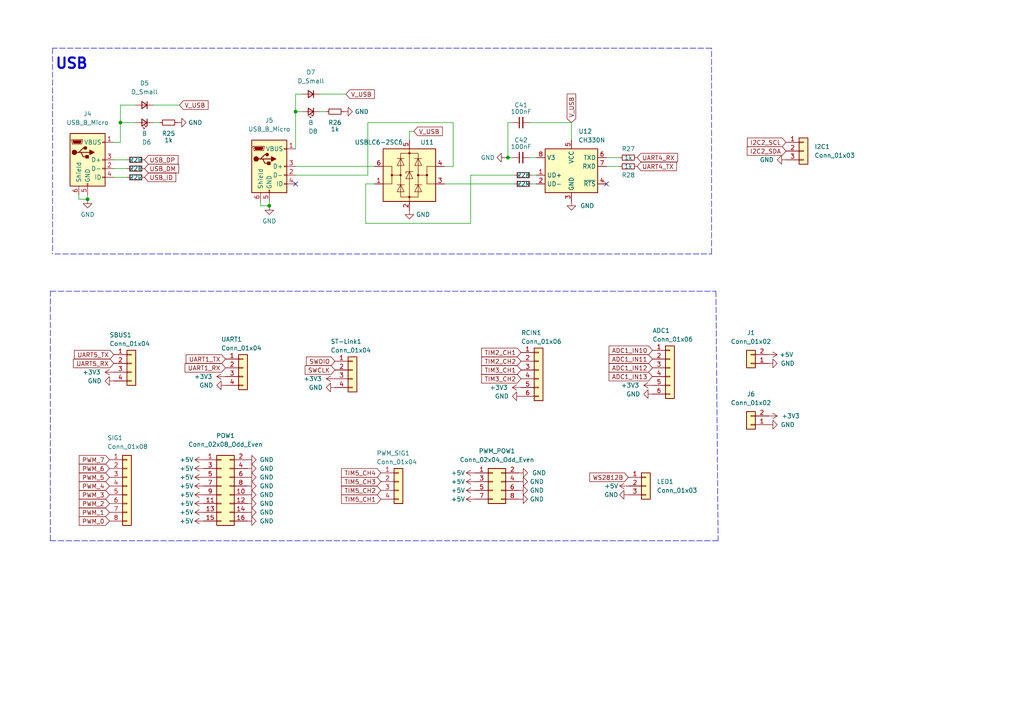
<source format=kicad_sch>
(kicad_sch (version 20211123) (generator eeschema)
  (paper "A4")
  (lib_symbols
    (symbol "Connector:USB_B_Micro" (pin_names (offset 1.016))
      (property "Reference" "J" (at -5.08 11.43 0))
      (property "Value" "USB_B_Micro" (at -5.08 8.89 0))
      (symbol "USB_B_Micro_0_1"
        (rectangle (start -5.08 -7.62) (end 5.08 7.62) (stroke (width 0.254)) (fill (type background)))
        (circle (center -3.81 2.159) (radius 0.635) (stroke (width 0.254)) (fill (type outline)))
        (circle (center -0.635 3.429) (radius 0.381) (stroke (width 0.254)) (fill (type outline)))
        (rectangle (start -0.127 -7.62) (end 0.127 -6.858))
        (polyline (pts (xy -1.905 2.159) (xy 0.635 2.159)) (stroke (width 0.254)))
        (polyline (pts (xy -3.175 2.159) (xy -2.54 2.159) (xy -1.27 3.429) (xy -0.635 3.429)) (stroke (width 0.254)))
        (polyline (pts (xy -2.54 2.159) (xy -1.905 2.159) (xy -1.27 0.889) (xy 0 0.889)) (stroke (width 0.254)))
        (polyline (pts (xy 0.635 2.794) (xy 0.635 1.524) (xy 1.905 2.159) (xy 0.635 2.794)) (stroke (width 0.254)) (fill (type outline)))
        (polyline (pts (xy -4.318 5.588) (xy -1.778 5.588) (xy -2.032 4.826) (xy -4.064 4.826) (xy -4.318 5.588)) (fill (type outline)))
        (polyline (pts (xy -4.699 5.842) (xy -4.699 5.588) (xy -4.445 4.826) (xy -4.445 4.572) (xy -1.651 4.572) (xy -1.651 4.826) (xy -1.397 5.588) (xy -1.397 5.842) (xy -4.699 5.842)))
        (rectangle (start 0.254 1.27) (end -0.508 0.508) (stroke (width 0.254)) (fill (type outline)))
        (rectangle (start 5.08 -5.207) (end 4.318 -4.953))
        (rectangle (start 5.08 -2.667) (end 4.318 -2.413))
        (rectangle (start 5.08 -0.127) (end 4.318 0.127))
        (rectangle (start 5.08 4.953) (end 4.318 5.207))
      )
      (symbol "USB_B_Micro_1_1"
        (pin power_out line (at 7.62 5.08 180) (length 2.54) (name "VBUS") (number "1"))
        (pin bidirectional line (at 7.62 -2.54 180) (length 2.54) (name "D-") (number "2"))
        (pin bidirectional line (at 7.62 0 180) (length 2.54) (name "D+") (number "3"))
        (pin passive line (at 7.62 -5.08 180) (length 2.54) (name "ID") (number "4"))
        (pin power_out line (at 0 -10.16 90) (length 2.54) (name "GND") (number "5"))
        (pin passive line (at -2.54 -10.16 90) (length 2.54) (name "Shield") (number "6"))
      )
    )
    (symbol "Connector_Generic:Conn_01x02" (pin_names (offset 1.016) hide)
      (property "Reference" "J" (at 0 2.54 0))
      (property "Value" "Conn_01x02" (at 0 -5.08 0))
      (symbol "Conn_01x02_1_1"
        (rectangle (start -1.27 -2.413) (end 0 -2.667) (stroke (width 0.1524)))
        (rectangle (start -1.27 0.127) (end 0 -0.127) (stroke (width 0.1524)))
        (rectangle (start -1.27 1.27) (end 1.27 -3.81) (stroke (width 0.254)) (fill (type background)))
        (pin passive line (at -5.08 0 0) (length 3.81) (name "Pin_1") (number "1"))
        (pin passive line (at -5.08 -2.54 0) (length 3.81) (name "Pin_2") (number "2"))
      )
    )
    (symbol "Connector_Generic:Conn_01x03" (pin_names (offset 1.016) hide)
      (property "Reference" "J" (at 0 5.08 0))
      (property "Value" "Conn_01x03" (at 0 -5.08 0))
      (symbol "Conn_01x03_1_1"
        (rectangle (start -1.27 -2.413) (end 0 -2.667) (stroke (width 0.1524)))
        (rectangle (start -1.27 0.127) (end 0 -0.127) (stroke (width 0.1524)))
        (rectangle (start -1.27 2.667) (end 0 2.413) (stroke (width 0.1524)))
        (rectangle (start -1.27 3.81) (end 1.27 -3.81) (stroke (width 0.254)) (fill (type background)))
        (pin passive line (at -5.08 2.54 0) (length 3.81) (name "Pin_1") (number "1"))
        (pin passive line (at -5.08 0 0) (length 3.81) (name "Pin_2") (number "2"))
        (pin passive line (at -5.08 -2.54 0) (length 3.81) (name "Pin_3") (number "3"))
      )
    )
    (symbol "Connector_Generic:Conn_01x04" (pin_names (offset 1.016) hide)
      (property "Reference" "J" (at 0 5.08 0))
      (property "Value" "Conn_01x04" (at 0 -7.62 0))
      (symbol "Conn_01x04_1_1"
        (rectangle (start -1.27 -4.953) (end 0 -5.207) (stroke (width 0.1524)))
        (rectangle (start -1.27 -2.413) (end 0 -2.667) (stroke (width 0.1524)))
        (rectangle (start -1.27 0.127) (end 0 -0.127) (stroke (width 0.1524)))
        (rectangle (start -1.27 2.667) (end 0 2.413) (stroke (width 0.1524)))
        (rectangle (start -1.27 3.81) (end 1.27 -6.35) (stroke (width 0.254)) (fill (type background)))
        (pin passive line (at -5.08 2.54 0) (length 3.81) (name "Pin_1") (number "1"))
        (pin passive line (at -5.08 0 0) (length 3.81) (name "Pin_2") (number "2"))
        (pin passive line (at -5.08 -2.54 0) (length 3.81) (name "Pin_3") (number "3"))
        (pin passive line (at -5.08 -5.08 0) (length 3.81) (name "Pin_4") (number "4"))
      )
    )
    (symbol "Connector_Generic:Conn_01x06" (pin_names (offset 1.016) hide)
      (property "Reference" "J" (at 0 7.62 0))
      (property "Value" "Conn_01x06" (at 0 -10.16 0))
      (symbol "Conn_01x06_1_1"
        (rectangle (start -1.27 -7.493) (end 0 -7.747) (stroke (width 0.1524)))
        (rectangle (start -1.27 -4.953) (end 0 -5.207) (stroke (width 0.1524)))
        (rectangle (start -1.27 -2.413) (end 0 -2.667) (stroke (width 0.1524)))
        (rectangle (start -1.27 0.127) (end 0 -0.127) (stroke (width 0.1524)))
        (rectangle (start -1.27 2.667) (end 0 2.413) (stroke (width 0.1524)))
        (rectangle (start -1.27 5.207) (end 0 4.953) (stroke (width 0.1524)))
        (rectangle (start -1.27 6.35) (end 1.27 -8.89) (stroke (width 0.254)) (fill (type background)))
        (pin passive line (at -5.08 5.08 0) (length 3.81) (name "Pin_1") (number "1"))
        (pin passive line (at -5.08 2.54 0) (length 3.81) (name "Pin_2") (number "2"))
        (pin passive line (at -5.08 0 0) (length 3.81) (name "Pin_3") (number "3"))
        (pin passive line (at -5.08 -2.54 0) (length 3.81) (name "Pin_4") (number "4"))
        (pin passive line (at -5.08 -5.08 0) (length 3.81) (name "Pin_5") (number "5"))
        (pin passive line (at -5.08 -7.62 0) (length 3.81) (name "Pin_6") (number "6"))
      )
    )
    (symbol "Connector_Generic:Conn_01x08" (pin_names (offset 1.016) hide)
      (property "Reference" "J" (at 0 10.16 0))
      (property "Value" "Conn_01x08" (at 0 -12.7 0))
      (symbol "Conn_01x08_1_1"
        (rectangle (start -1.27 -10.033) (end 0 -10.287) (stroke (width 0.1524)))
        (rectangle (start -1.27 -7.493) (end 0 -7.747) (stroke (width 0.1524)))
        (rectangle (start -1.27 -4.953) (end 0 -5.207) (stroke (width 0.1524)))
        (rectangle (start -1.27 -2.413) (end 0 -2.667) (stroke (width 0.1524)))
        (rectangle (start -1.27 0.127) (end 0 -0.127) (stroke (width 0.1524)))
        (rectangle (start -1.27 2.667) (end 0 2.413) (stroke (width 0.1524)))
        (rectangle (start -1.27 5.207) (end 0 4.953) (stroke (width 0.1524)))
        (rectangle (start -1.27 7.747) (end 0 7.493) (stroke (width 0.1524)))
        (rectangle (start -1.27 8.89) (end 1.27 -11.43) (stroke (width 0.254)) (fill (type background)))
        (pin passive line (at -5.08 7.62 0) (length 3.81) (name "Pin_1") (number "1"))
        (pin passive line (at -5.08 5.08 0) (length 3.81) (name "Pin_2") (number "2"))
        (pin passive line (at -5.08 2.54 0) (length 3.81) (name "Pin_3") (number "3"))
        (pin passive line (at -5.08 0 0) (length 3.81) (name "Pin_4") (number "4"))
        (pin passive line (at -5.08 -2.54 0) (length 3.81) (name "Pin_5") (number "5"))
        (pin passive line (at -5.08 -5.08 0) (length 3.81) (name "Pin_6") (number "6"))
        (pin passive line (at -5.08 -7.62 0) (length 3.81) (name "Pin_7") (number "7"))
        (pin passive line (at -5.08 -10.16 0) (length 3.81) (name "Pin_8") (number "8"))
      )
    )
    (symbol "Connector_Generic:Conn_02x04_Odd_Even" (pin_names (offset 1.016) hide)
      (property "Reference" "J" (at 1.27 5.08 0))
      (property "Value" "Conn_02x04_Odd_Even" (at 1.27 -7.62 0))
      (symbol "Conn_02x04_Odd_Even_1_1"
        (rectangle (start -1.27 -4.953) (end 0 -5.207) (stroke (width 0.1524)))
        (rectangle (start -1.27 -2.413) (end 0 -2.667) (stroke (width 0.1524)))
        (rectangle (start -1.27 0.127) (end 0 -0.127) (stroke (width 0.1524)))
        (rectangle (start -1.27 2.667) (end 0 2.413) (stroke (width 0.1524)))
        (rectangle (start -1.27 3.81) (end 3.81 -6.35) (stroke (width 0.254)) (fill (type background)))
        (rectangle (start 3.81 -4.953) (end 2.54 -5.207) (stroke (width 0.1524)))
        (rectangle (start 3.81 -2.413) (end 2.54 -2.667) (stroke (width 0.1524)))
        (rectangle (start 3.81 0.127) (end 2.54 -0.127) (stroke (width 0.1524)))
        (rectangle (start 3.81 2.667) (end 2.54 2.413) (stroke (width 0.1524)))
        (pin passive line (at -5.08 2.54 0) (length 3.81) (name "Pin_1") (number "1"))
        (pin passive line (at 7.62 2.54 180) (length 3.81) (name "Pin_2") (number "2"))
        (pin passive line (at -5.08 0 0) (length 3.81) (name "Pin_3") (number "3"))
        (pin passive line (at 7.62 0 180) (length 3.81) (name "Pin_4") (number "4"))
        (pin passive line (at -5.08 -2.54 0) (length 3.81) (name "Pin_5") (number "5"))
        (pin passive line (at 7.62 -2.54 180) (length 3.81) (name "Pin_6") (number "6"))
        (pin passive line (at -5.08 -5.08 0) (length 3.81) (name "Pin_7") (number "7"))
        (pin passive line (at 7.62 -5.08 180) (length 3.81) (name "Pin_8") (number "8"))
      )
    )
    (symbol "Connector_Generic:Conn_02x08_Odd_Even" (pin_names (offset 1.016) hide)
      (property "Reference" "J" (at 1.27 10.16 0))
      (property "Value" "Conn_02x08_Odd_Even" (at 1.27 -12.7 0))
      (symbol "Conn_02x08_Odd_Even_1_1"
        (rectangle (start -1.27 -10.033) (end 0 -10.287) (stroke (width 0.1524)))
        (rectangle (start -1.27 -7.493) (end 0 -7.747) (stroke (width 0.1524)))
        (rectangle (start -1.27 -4.953) (end 0 -5.207) (stroke (width 0.1524)))
        (rectangle (start -1.27 -2.413) (end 0 -2.667) (stroke (width 0.1524)))
        (rectangle (start -1.27 0.127) (end 0 -0.127) (stroke (width 0.1524)))
        (rectangle (start -1.27 2.667) (end 0 2.413) (stroke (width 0.1524)))
        (rectangle (start -1.27 5.207) (end 0 4.953) (stroke (width 0.1524)))
        (rectangle (start -1.27 7.747) (end 0 7.493) (stroke (width 0.1524)))
        (rectangle (start -1.27 8.89) (end 3.81 -11.43) (stroke (width 0.254)) (fill (type background)))
        (rectangle (start 3.81 -10.033) (end 2.54 -10.287) (stroke (width 0.1524)))
        (rectangle (start 3.81 -7.493) (end 2.54 -7.747) (stroke (width 0.1524)))
        (rectangle (start 3.81 -4.953) (end 2.54 -5.207) (stroke (width 0.1524)))
        (rectangle (start 3.81 -2.413) (end 2.54 -2.667) (stroke (width 0.1524)))
        (rectangle (start 3.81 0.127) (end 2.54 -0.127) (stroke (width 0.1524)))
        (rectangle (start 3.81 2.667) (end 2.54 2.413) (stroke (width 0.1524)))
        (rectangle (start 3.81 5.207) (end 2.54 4.953) (stroke (width 0.1524)))
        (rectangle (start 3.81 7.747) (end 2.54 7.493) (stroke (width 0.1524)))
        (pin passive line (at -5.08 7.62 0) (length 3.81) (name "Pin_1") (number "1"))
        (pin passive line (at 7.62 -2.54 180) (length 3.81) (name "Pin_10") (number "10"))
        (pin passive line (at -5.08 -5.08 0) (length 3.81) (name "Pin_11") (number "11"))
        (pin passive line (at 7.62 -5.08 180) (length 3.81) (name "Pin_12") (number "12"))
        (pin passive line (at -5.08 -7.62 0) (length 3.81) (name "Pin_13") (number "13"))
        (pin passive line (at 7.62 -7.62 180) (length 3.81) (name "Pin_14") (number "14"))
        (pin passive line (at -5.08 -10.16 0) (length 3.81) (name "Pin_15") (number "15"))
        (pin passive line (at 7.62 -10.16 180) (length 3.81) (name "Pin_16") (number "16"))
        (pin passive line (at 7.62 7.62 180) (length 3.81) (name "Pin_2") (number "2"))
        (pin passive line (at -5.08 5.08 0) (length 3.81) (name "Pin_3") (number "3"))
        (pin passive line (at 7.62 5.08 180) (length 3.81) (name "Pin_4") (number "4"))
        (pin passive line (at -5.08 2.54 0) (length 3.81) (name "Pin_5") (number "5"))
        (pin passive line (at 7.62 2.54 180) (length 3.81) (name "Pin_6") (number "6"))
        (pin passive line (at -5.08 0 0) (length 3.81) (name "Pin_7") (number "7"))
        (pin passive line (at 7.62 0 180) (length 3.81) (name "Pin_8") (number "8"))
        (pin passive line (at -5.08 -2.54 0) (length 3.81) (name "Pin_9") (number "9"))
      )
    )
    (symbol "Device:C_Small" (pin_numbers hide) (pin_names (offset 0.254) hide)
      (property "Reference" "C" (at 0.254 1.778 0))
      (property "Value" "C_Small" (at 0.254 -2.032 0))
      (symbol "C_Small_0_1"
        (polyline (pts (xy -1.524 -0.508) (xy 1.524 -0.508)) (stroke (width 0.3302)))
        (polyline (pts (xy -1.524 0.508) (xy 1.524 0.508)) (stroke (width 0.3048)))
      )
      (symbol "C_Small_1_1"
        (pin passive line (at 0 2.54 270) (length 2.032) (name "~") (number "1"))
        (pin passive line (at 0 -2.54 90) (length 2.032) (name "~") (number "2"))
      )
    )
    (symbol "Device:D_Small" (pin_numbers hide) (pin_names (offset 0.254) hide)
      (property "Reference" "D" (at -1.27 2.032 0))
      (property "Value" "D_Small" (at -3.81 -2.032 0))
      (symbol "D_Small_0_1"
        (polyline (pts (xy -0.762 -1.016) (xy -0.762 1.016)) (stroke (width 0.254)))
        (polyline (pts (xy -0.762 0) (xy 0.762 0)))
        (polyline (pts (xy 0.762 -1.016) (xy -0.762 0) (xy 0.762 1.016) (xy 0.762 -1.016)) (stroke (width 0.254)))
      )
      (symbol "D_Small_1_1"
        (pin passive line (at -2.54 0 0) (length 1.778) (name "K") (number "1"))
        (pin passive line (at 2.54 0 180) (length 1.778) (name "A") (number "2"))
      )
    )
    (symbol "Device:LED_Small" (pin_numbers hide) (pin_names (offset 0.254) hide)
      (property "Reference" "D" (at -1.27 3.175 0))
      (property "Value" "LED_Small" (at -4.445 -2.54 0))
      (symbol "LED_Small_0_1"
        (polyline (pts (xy -0.762 -1.016) (xy -0.762 1.016)) (stroke (width 0.254)))
        (polyline (pts (xy 1.016 0) (xy -0.762 0)))
        (polyline (pts (xy 0.762 -1.016) (xy -0.762 0) (xy 0.762 1.016) (xy 0.762 -1.016)) (stroke (width 0.254)))
        (polyline (pts (xy 0 0.762) (xy -0.508 1.27) (xy -0.254 1.27) (xy -0.508 1.27) (xy -0.508 1.016)))
        (polyline (pts (xy 0.508 1.27) (xy 0 1.778) (xy 0.254 1.778) (xy 0 1.778) (xy 0 1.524)))
      )
      (symbol "LED_Small_1_1"
        (pin passive line (at -2.54 0 0) (length 1.778) (name "K") (number "1"))
        (pin passive line (at 2.54 0 180) (length 1.778) (name "A") (number "2"))
      )
    )
    (symbol "Device:R_Small" (pin_numbers hide) (pin_names (offset 0.254) hide)
      (property "Reference" "R" (at 0.762 0.508 0))
      (property "Value" "R_Small" (at 0.762 -1.016 0))
      (symbol "R_Small_0_1"
        (rectangle (start -0.762 1.778) (end 0.762 -1.778) (stroke (width 0.2032)))
      )
      (symbol "R_Small_1_1"
        (pin passive line (at 0 2.54 270) (length 0.762) (name "~") (number "1"))
        (pin passive line (at 0 -2.54 90) (length 0.762) (name "~") (number "2"))
      )
    )
    (symbol "Interface_USB:CH330N"
      (property "Reference" "U" (at -7.62 6.35 0))
      (property "Value" "CH330N" (at 7.62 6.35 0))
      (symbol "CH330N_0_1"
        (rectangle (start -7.62 5.08) (end 7.62 -7.62) (stroke (width 0.254)) (fill (type background)))
      )
      (symbol "CH330N_1_1"
        (pin bidirectional line (at -10.16 -2.54 0) (length 2.54) (name "UD+") (number "1"))
        (pin bidirectional line (at -10.16 -5.08 0) (length 2.54) (name "UD-") (number "2"))
        (pin power_in line (at 0 -10.16 90) (length 2.54) (name "GND") (number "3"))
        (pin output line (at 10.16 -5.08 180) (length 2.54) (name "~{RTS}") (number "4"))
        (pin power_in line (at 0 7.62 270) (length 2.54) (name "VCC") (number "5"))
        (pin output line (at 10.16 2.54 180) (length 2.54) (name "TXD") (number "6"))
        (pin input line (at 10.16 0 180) (length 2.54) (name "RXD") (number "7"))
        (pin passive line (at -10.16 2.54 0) (length 2.54) (name "V3") (number "8"))
      )
    )
    (symbol "Power_Protection:USBLC6-2SC6" (pin_names hide)
      (property "Reference" "U" (at 2.54 8.89 0))
      (property "Value" "USBLC6-2SC6" (at 2.54 -8.89 0))
      (symbol "USBLC6-2SC6_0_1"
        (rectangle (start -7.62 -7.62) (end 7.62 7.62) (stroke (width 0.254)) (fill (type background)))
        (circle (center -5.08 0) (radius 0.254) (fill (type outline)))
        (circle (center -2.54 0) (radius 0.254) (fill (type outline)))
        (rectangle (start -2.54 6.35) (end 2.54 -6.35))
        (circle (center 0 -6.35) (radius 0.254) (fill (type outline)))
        (polyline (pts (xy -5.08 -2.54) (xy -7.62 -2.54)))
        (polyline (pts (xy -5.08 0) (xy -5.08 -2.54)))
        (polyline (pts (xy -5.08 2.54) (xy -7.62 2.54)))
        (polyline (pts (xy -1.524 -2.794) (xy -3.556 -2.794)))
        (polyline (pts (xy -1.524 4.826) (xy -3.556 4.826)))
        (polyline (pts (xy 0 -7.62) (xy 0 -6.35)))
        (polyline (pts (xy 0 -6.35) (xy 0 1.27)))
        (polyline (pts (xy 0 1.27) (xy 0 6.35)))
        (polyline (pts (xy 0 6.35) (xy 0 7.62)))
        (polyline (pts (xy 1.524 -2.794) (xy 3.556 -2.794)))
        (polyline (pts (xy 1.524 4.826) (xy 3.556 4.826)))
        (polyline (pts (xy 5.08 -2.54) (xy 7.62 -2.54)))
        (polyline (pts (xy 5.08 0) (xy 5.08 -2.54)))
        (polyline (pts (xy 5.08 2.54) (xy 7.62 2.54)))
        (polyline (pts (xy -2.54 0) (xy -5.08 0) (xy -5.08 2.54)))
        (polyline (pts (xy 2.54 0) (xy 5.08 0) (xy 5.08 2.54)))
        (polyline (pts (xy -3.556 -4.826) (xy -1.524 -4.826) (xy -2.54 -2.794) (xy -3.556 -4.826)))
        (polyline (pts (xy -3.556 2.794) (xy -1.524 2.794) (xy -2.54 4.826) (xy -3.556 2.794)))
        (polyline (pts (xy -1.016 -1.016) (xy 1.016 -1.016) (xy 0 1.016) (xy -1.016 -1.016)))
        (polyline (pts (xy 1.016 1.016) (xy 0.762 1.016) (xy -1.016 1.016) (xy -1.016 0.508)))
        (polyline (pts (xy 3.556 -4.826) (xy 1.524 -4.826) (xy 2.54 -2.794) (xy 3.556 -4.826)))
        (polyline (pts (xy 3.556 2.794) (xy 1.524 2.794) (xy 2.54 4.826) (xy 3.556 2.794)))
        (circle (center 0 6.35) (radius 0.254) (fill (type outline)))
        (circle (center 2.54 0) (radius 0.254) (fill (type outline)))
        (circle (center 5.08 0) (radius 0.254) (fill (type outline)))
      )
      (symbol "USBLC6-2SC6_1_1"
        (pin passive line (at -10.16 -2.54 0) (length 2.54) (name "I/O1") (number "1"))
        (pin passive line (at 0 -10.16 90) (length 2.54) (name "GND") (number "2"))
        (pin passive line (at 10.16 -2.54 180) (length 2.54) (name "I/O2") (number "3"))
        (pin passive line (at 10.16 2.54 180) (length 2.54) (name "I/O2") (number "4"))
        (pin passive line (at 0 10.16 270) (length 2.54) (name "VBUS") (number "5"))
        (pin passive line (at -10.16 2.54 0) (length 2.54) (name "I/O1") (number "6"))
      )
    )
    (symbol "power:+3.3V" (power) (pin_names (offset 0))
      (property "Value" "+3.3V" (at 0 3.556 0))
      (symbol "+3.3V_0_1"
        (polyline (pts (xy -0.762 1.27) (xy 0 2.54)))
        (polyline (pts (xy 0 0) (xy 0 2.54)))
        (polyline (pts (xy 0 2.54) (xy 0.762 1.27)))
      )
      (symbol "+3.3V_1_1"
        (pin power_in line (at 0 0 90) (length 0) hide (name "+3V3") (number "1"))
      )
    )
    (symbol "power:+5V" (power) (pin_names (offset 0))
      (property "Value" "+5V" (at 0 3.556 0))
      (symbol "+5V_0_1"
        (polyline (pts (xy -0.762 1.27) (xy 0 2.54)))
        (polyline (pts (xy 0 0) (xy 0 2.54)))
        (polyline (pts (xy 0 2.54) (xy 0.762 1.27)))
      )
      (symbol "+5V_1_1"
        (pin power_in line (at 0 0 90) (length 0) hide (name "+5V") (number "1"))
      )
    )
    (symbol "power:GND" (power) (pin_names (offset 0))
      (property "Value" "GND" (at 0 -3.81 0))
      (symbol "GND_0_1"
        (polyline (pts (xy 0 0) (xy 0 -1.27) (xy 1.27 -1.27) (xy 0 -2.54) (xy -1.27 -1.27) (xy 0 -1.27)))
      )
      (symbol "GND_1_1"
        (pin power_in line (at 0 0 270) (length 0) hide (name "GND") (number "1"))
      )
    )
  )
  (junction (at 34.925 35.56))
  (junction (at 25.4 57.785))
  (junction (at 78.105 59.69))
  (junction (at 147.32 45.72))
  (junction (at 85.725 32.385))
  (no_connect (at 85.725 53.34))
  (no_connect (at 175.895 53.34))
  (wire (pts (xy 146.685 45.72) (xy 147.32 45.72)))
  (wire (pts (xy 131.445 35.56) (xy 131.445 48.26)))
  (wire (pts (xy 128.905 53.34) (xy 149.225 53.34)))
  (wire (pts (xy 131.445 48.26) (xy 128.905 48.26)))
  (wire (pts (xy 25.4 56.515) (xy 25.4 57.785)))
  (wire (pts (xy 75.565 58.42) (xy 75.565 59.69)))
  (wire (pts (xy 34.925 41.275) (xy 33.02 41.275)))
  (wire (pts (xy 78.105 58.42) (xy 78.105 59.69)))
  (wire (pts (xy 34.925 35.56) (xy 39.37 35.56)))
  (wire (pts (xy 175.895 48.26) (xy 179.705 48.26)))
  (polyline (pts (xy 208.28 156.845) (xy 14.605 156.845)))
  (wire (pts (xy 106.68 50.8) (xy 106.68 35.56)))
  (wire (pts (xy 34.925 30.48) (xy 34.925 35.56)))
  (wire (pts (xy 154.305 53.34) (xy 155.575 53.34)))
  (wire (pts (xy 106.045 53.34) (xy 108.585 53.34)))
  (wire (pts (xy 136.525 50.8) (xy 136.525 64.77)))
  (wire (pts (xy 148.59 35.56) (xy 147.32 35.56)))
  (polyline (pts (xy 206.375 73.66) (xy 206.375 13.97)))
  (wire (pts (xy 85.725 32.385) (xy 87.63 32.385)))
  (wire (pts (xy 147.32 35.56) (xy 147.32 45.72)))
  (wire (pts (xy 85.725 50.8) (xy 106.68 50.8)))
  (wire (pts (xy 153.67 35.56) (xy 165.735 35.56)))
  (wire (pts (xy 85.725 43.18) (xy 85.725 32.385)))
  (polyline (pts (xy 206.375 13.97) (xy 15.24 13.97)))
  (wire (pts (xy 118.745 40.64) (xy 118.745 38.1)))
  (wire (pts (xy 85.725 32.385) (xy 85.725 27.305)))
  (polyline (pts (xy 14.605 84.455) (xy 207.645 84.455)))
  (polyline (pts (xy 14.605 156.845) (xy 14.605 84.455)))
  (wire (pts (xy 33.02 51.435) (xy 36.83 51.435)))
  (wire (pts (xy 147.32 45.72) (xy 148.59 45.72)))
  (wire (pts (xy 92.71 32.385) (xy 94.615 32.385)))
  (wire (pts (xy 118.745 38.1) (xy 120.015 38.1)))
  (polyline (pts (xy 207.645 84.455) (xy 208.28 156.845)))
  (wire (pts (xy 175.895 45.72) (xy 179.705 45.72)))
  (wire (pts (xy 75.565 59.69) (xy 78.105 59.69)))
  (polyline (pts (xy 15.24 13.97) (xy 15.24 73.66)))
  (wire (pts (xy 149.225 50.8) (xy 136.525 50.8)))
  (wire (pts (xy 22.86 57.785) (xy 25.4 57.785)))
  (wire (pts (xy 34.925 35.56) (xy 34.925 41.275)))
  (wire (pts (xy 22.86 56.515) (xy 22.86 57.785)))
  (wire (pts (xy 165.735 35.56) (xy 165.735 40.64)))
  (wire (pts (xy 153.67 45.72) (xy 155.575 45.72)))
  (wire (pts (xy 154.305 50.8) (xy 155.575 50.8)))
  (wire (pts (xy 136.525 64.77) (xy 106.045 64.77)))
  (wire (pts (xy 44.45 35.56) (xy 46.355 35.56)))
  (wire (pts (xy 39.37 30.48) (xy 34.925 30.48)))
  (wire (pts (xy 85.725 27.305) (xy 87.63 27.305)))
  (wire (pts (xy 106.045 64.77) (xy 106.045 53.34)))
  (wire (pts (xy 92.71 27.305) (xy 100.33 27.305)))
  (wire (pts (xy 33.02 48.895) (xy 36.83 48.895)))
  (wire (pts (xy 85.725 48.26) (xy 108.585 48.26)))
  (polyline (pts (xy 15.875 73.66) (xy 206.375 73.66)))
  (wire (pts (xy 44.45 30.48) (xy 52.07 30.48)))
  (wire (pts (xy 33.02 46.355) (xy 36.83 46.355)))
  (wire (pts (xy 106.68 35.56) (xy 131.445 35.56)))
  (text "USB" (at 15.875 20.32 0) (effects (font (size 3 3) (thickness 0.6) bold) (justify left bottom)))
  (global_label "UART1_TX" (shape input) (at 65.405 104.14 180) (property "Intersheet References" "${INTERSHEET_REFS}" (effects hide)))
  (global_label "PWM_1" (shape input) (at 31.75 148.59 180) (property "Intersheet References" "${INTERSHEET_REFS}" (effects hide)))
  (global_label "TIM5_CH2" (shape input) (at 110.49 142.24 180) (property "Intersheet References" "${INTERSHEET_REFS}" (effects hide)))
  (global_label "TIM3_CH2" (shape input) (at 151.13 109.855 180) (property "Intersheet References" "${INTERSHEET_REFS}" (effects hide)))
  (global_label "V_USB" (shape input) (at 120.015 38.1 0) (property "Intersheet References" "${INTERSHEET_REFS}" (effects hide)))
  (global_label "ADC1_IN13" (shape input) (at 189.23 109.22 180) (property "Intersheet References" "${INTERSHEET_REFS}" (effects hide)))
  (global_label "TIM2_CH1" (shape input) (at 151.13 102.235 180) (property "Intersheet References" "${INTERSHEET_REFS}" (effects hide)))
  (global_label "TIM5_CH1" (shape input) (at 110.49 144.78 180) (property "Intersheet References" "${INTERSHEET_REFS}" (effects hide)))
  (global_label "PWM_7" (shape input) (at 31.75 133.35 180) (property "Intersheet References" "${INTERSHEET_REFS}" (effects hide)))
  (global_label "WS2812B" (shape input) (at 182.245 138.43 180) (property "Intersheet References" "${INTERSHEET_REFS}" (effects hide)))
  (global_label "SWCLK" (shape input) (at 97.155 107.315 180) (property "Intersheet References" "${INTERSHEET_REFS}" (effects hide)))
  (global_label "PWM_4" (shape input) (at 31.75 140.97 180) (property "Intersheet References" "${INTERSHEET_REFS}" (effects hide)))
  (global_label "ADC1_IN12" (shape input) (at 189.23 106.68 180) (property "Intersheet References" "${INTERSHEET_REFS}" (effects hide)))
  (global_label "USB_ID" (shape input) (at 41.91 51.435 0) (property "Intersheet References" "${INTERSHEET_REFS}" (effects hide)))
  (global_label "PWM_3" (shape input) (at 31.75 143.51 180) (property "Intersheet References" "${INTERSHEET_REFS}" (effects hide)))
  (global_label "UART1_RX" (shape input) (at 65.405 106.68 180) (property "Intersheet References" "${INTERSHEET_REFS}" (effects hide)))
  (global_label "PWM_6" (shape input) (at 31.75 135.89 180) (property "Intersheet References" "${INTERSHEET_REFS}" (effects hide)))
  (global_label "UART5_TX" (shape input) (at 33.02 102.87 180) (property "Intersheet References" "${INTERSHEET_REFS}" (effects hide)))
  (global_label "UART4_TX" (shape input) (at 184.785 48.26 0) (property "Intersheet References" "${INTERSHEET_REFS}" (effects hide)))
  (global_label "PWM_5" (shape input) (at 31.75 138.43 180) (property "Intersheet References" "${INTERSHEET_REFS}" (effects hide)))
  (global_label "UART5_RX" (shape input) (at 33.02 105.41 180) (property "Intersheet References" "${INTERSHEET_REFS}" (effects hide)))
  (global_label "V_USB" (shape input) (at 52.07 30.48 0) (property "Intersheet References" "${INTERSHEET_REFS}" (effects hide)))
  (global_label "TIM5_CH4" (shape input) (at 110.49 137.16 180) (property "Intersheet References" "${INTERSHEET_REFS}" (effects hide)))
  (global_label "ADC1_IN10" (shape input) (at 189.23 101.6 180) (property "Intersheet References" "${INTERSHEET_REFS}" (effects hide)))
  (global_label "TIM5_CH3" (shape input) (at 110.49 139.7 180) (property "Intersheet References" "${INTERSHEET_REFS}" (effects hide)))
  (global_label "V_USB" (shape input) (at 100.33 27.305 0) (property "Intersheet References" "${INTERSHEET_REFS}" (effects hide)))
  (global_label "I2C2_SDA" (shape input) (at 227.965 43.815 180) (property "Intersheet References" "${INTERSHEET_REFS}" (effects hide)))
  (global_label "TIM2_CH2" (shape input) (at 151.13 104.775 180) (property "Intersheet References" "${INTERSHEET_REFS}" (effects hide)))
  (global_label "TIM3_CH1" (shape input) (at 151.13 107.315 180) (property "Intersheet References" "${INTERSHEET_REFS}" (effects hide)))
  (global_label "ADC1_IN11" (shape input) (at 189.23 104.14 180) (property "Intersheet References" "${INTERSHEET_REFS}" (effects hide)))
  (global_label "PWM_0" (shape input) (at 31.75 151.13 180) (property "Intersheet References" "${INTERSHEET_REFS}" (effects hide)))
  (global_label "SWDIO" (shape input) (at 97.155 104.775 180) (property "Intersheet References" "${INTERSHEET_REFS}" (effects hide)))
  (global_label "USB_DM" (shape input) (at 41.91 48.895 0) (property "Intersheet References" "${INTERSHEET_REFS}" (effects hide)))
  (global_label "UART4_RX" (shape input) (at 184.785 45.72 0) (property "Intersheet References" "${INTERSHEET_REFS}" (effects hide)))
  (global_label "V_USB" (shape input) (at 165.735 35.56 90) (property "Intersheet References" "${INTERSHEET_REFS}" (effects hide)))
  (global_label "USB_DP" (shape input) (at 41.91 46.355 0) (property "Intersheet References" "${INTERSHEET_REFS}" (effects hide)))
  (global_label "PWM_2" (shape input) (at 31.75 146.05 180) (property "Intersheet References" "${INTERSHEET_REFS}" (effects hide)))
  (global_label "I2C2_SCL" (shape input) (at 227.965 41.275 180) (property "Intersheet References" "${INTERSHEET_REFS}" (effects hide)))
  (symbol (lib_id "power:+5V") (at 222.885 102.87 270) (unit 1)
    (property "Reference" "#PWR016" (effects hide))
    (property "Value" "+5V" (at 226.06 102.8699 90) (effects (justify left)))
  )
  (symbol (lib_id "power:GND") (at 150.495 137.16 90) (unit 1)
    (property "Reference" "#PWR0128" (effects hide))
    (property "Value" "GND" (at 154.305 137.1599 90) (effects (justify right)))
  )
  (symbol (lib_id "power:GND") (at 71.755 133.35 90) (unit 1)
    (property "Reference" "#PWR0112" (effects hide))
    (property "Value" "GND" (at 79.375 133.35 90) (effects (justify left)))
  )
  (symbol (lib_id "power:+3.3V") (at 65.405 109.22 90) (unit 1)
    (property "Reference" "#PWR0110" (effects hide))
    (property "Value" "+3.3V" (at 61.595 109.2199 90) (effects (justify left)))
  )
  (symbol (lib_id "Power_Protection:USBLC6-2SC6") (at 118.745 50.8 0) (unit 1)
    (property "Reference" "U11" (at 121.92 41.275 0) (effects (justify left)))
    (property "Value" "USBLC6-2SC6" (at 102.87 41.275 0) (effects (justify left)))
    (property "Footprint" "Package_TO_SOT_SMD:SOT-23-6" (effects hide))
    (property "Datasheet" "https://www.st.com/resource/en/datasheet/usblc6-2.pdf" (effects hide))
  )
  (symbol (lib_id "power:GND") (at 222.885 105.41 90) (unit 1)
    (property "Reference" "#PWR017" (effects hide))
    (property "Value" "GND" (at 230.505 105.41 90) (effects (justify left)))
  )
  (symbol (lib_id "power:GND") (at 78.105 59.69 0) (unit 1)
    (property "Reference" "#PWR090" (effects hide))
    (property "Value" "GND" (at 78.105 64.135 0))
  )
  (symbol (lib_id "power:GND") (at 71.755 140.97 90) (unit 1)
    (property "Reference" "#PWR0115" (effects hide))
    (property "Value" "GND" (at 79.375 140.97 90) (effects (justify left)))
  )
  (symbol (lib_id "power:+5V") (at 137.795 137.16 90) (unit 1)
    (property "Reference" "#PWR0124" (effects hide))
    (property "Value" "+5V" (at 130.81 137.16 90) (effects (justify right)))
  )
  (symbol (lib_id "Device:LED_Small") (at 90.17 32.385 180) (unit 1)
    (property "Reference" "D8" (at 90.805 38.1 0))
    (property "Value" "B" (at 90.17 35.56 0))
    (property "Footprint" "LED_SMD:LED_0603_1608Metric" (effects hide))
  )
  (symbol (lib_id "Device:R_Small") (at 182.245 45.72 90) (unit 1)
    (property "Reference" "R27" (at 182.245 43.18 90))
    (property "Value" "1k" (at 182.245 45.72 90))
    (property "Footprint" "Resistor_SMD:R_0603_1608Metric" (effects hide))
  )
  (symbol (lib_id "power:+3.3V") (at 189.23 111.76 90) (unit 1)
    (property "Reference" "#PWR0132" (effects hide))
    (property "Value" "+3.3V" (at 185.42 111.7599 90) (effects (justify left)))
  )
  (symbol (lib_id "power:GND") (at 150.495 142.24 90) (unit 1)
    (property "Reference" "#PWR0130" (effects hide))
    (property "Value" "GND" (at 153.67 142.2399 90) (effects (justify right)))
  )
  (symbol (lib_id "power:+5V") (at 59.055 151.13 90) (unit 1)
    (property "Reference" "#PWR0109" (effects hide))
    (property "Value" "+5V" (at 52.07 151.13 90) (effects (justify right)))
  )
  (symbol (lib_id "power:+5V") (at 59.055 133.35 90) (unit 1)
    (property "Reference" "#PWR0102" (effects hide))
    (property "Value" "+5V" (at 52.07 133.35 90) (effects (justify right)))
  )
  (symbol (lib_id "power:+5V") (at 182.245 140.97 90) (unit 1)
    (property "Reference" "#PWR0134" (effects hide))
    (property "Value" "+5V" (at 175.26 140.97 90) (effects (justify right)))
  )
  (symbol (lib_id "Device:R_Small") (at 97.155 32.385 90) (unit 1)
    (property "Reference" "R26" (at 97.155 35.56 90))
    (property "Value" "1k" (at 97.155 37.465 90))
    (property "Footprint" "Resistor_SMD:R_0603_1608Metric" (effects hide))
  )
  (symbol (lib_id "Connector_Generic:Conn_01x06") (at 194.31 106.68 0) (unit 1)
    (property "Reference" "ADC1" (at 189.23 95.885 0) (effects (justify left)))
    (property "Value" "Conn_01x06" (at 189.23 98.425 0) (effects (justify left)))
    (property "Footprint" "Connector_Molex:Molex_CLIK-Mate_502494-0670_1x06-1MP_P2.00mm_Horizontal" (effects hide))
  )
  (symbol (lib_id "power:GND") (at 150.495 144.78 90) (unit 1)
    (property "Reference" "#PWR0131" (effects hide))
    (property "Value" "GND" (at 153.67 144.7799 90) (effects (justify right)))
  )
  (symbol (lib_id "Connector_Generic:Conn_02x04_Odd_Even") (at 142.875 139.7 0) (unit 1)
    (property "Reference" "PWM_POW1" (at 144.145 130.81 0))
    (property "Value" "Conn_02x04_Odd_Even" (at 144.145 133.35 0))
    (property "Footprint" "Connector_PinHeader_2.54mm:PinHeader_2x04_P2.54mm_Vertical" (effects hide))
  )
  (symbol (lib_id "power:GND") (at 146.685 45.72 270) (unit 1)
    (property "Reference" "#PWR093" (effects hide))
    (property "Value" "GND" (at 143.51 45.7199 90) (effects (justify right)))
  )
  (symbol (lib_id "Device:R_Small") (at 151.765 50.8 90) (unit 1)
    (property "Reference" "R23" (at 151.765 50.8 90))
    (property "Value" "22R" (at 151.765 50.8 90))
    (property "Footprint" "Resistor_SMD:R_0603_1608Metric" (effects hide))
  )
  (symbol (lib_id "power:+5V") (at 59.055 140.97 90) (unit 1)
    (property "Reference" "#PWR0105" (effects hide))
    (property "Value" "+5V" (at 52.07 140.97 90) (effects (justify right)))
  )
  (symbol (lib_id "Device:C_Small") (at 151.13 35.56 90) (unit 1)
    (property "Reference" "C41" (at 151.13 30.48 90))
    (property "Value" "100nF" (at 151.13 32.385 90))
    (property "Footprint" "Capacitor_SMD:C_0603_1608Metric" (effects hide))
  )
  (symbol (lib_id "Device:D_Small") (at 41.91 30.48 180) (unit 1)
    (property "Reference" "D5" (at 41.91 24.13 0))
    (property "Value" "D_Small" (at 41.91 26.67 0))
    (property "Footprint" "Diode_SMD:D_SMA" (effects hide))
  )
  (symbol (lib_id "Connector_Generic:Conn_01x03") (at 233.045 43.815 0) (unit 1)
    (property "Reference" "I2C1" (at 236.22 42.5449 0) (effects (justify left)))
    (property "Value" "Conn_01x03" (at 236.22 45.0849 0) (effects (justify left)))
    (property "Footprint" "myCustomLibs:ConPadx03" (effects hide))
  )
  (symbol (lib_id "power:GND") (at 182.245 143.51 270) (unit 1)
    (property "Reference" "#PWR0135" (effects hide))
    (property "Value" "GND" (at 175.26 143.51 90) (effects (justify left)))
  )
  (symbol (lib_id "power:GND") (at 189.23 114.3 270) (unit 1)
    (property "Reference" "#PWR0133" (effects hide))
    (property "Value" "GND" (at 181.61 114.3 90) (effects (justify left)))
  )
  (symbol (lib_id "power:GND") (at 33.02 110.49 270) (unit 1)
    (property "Reference" "#PWR0101" (effects hide))
    (property "Value" "GND" (at 25.4 110.49 90) (effects (justify left)))
  )
  (symbol (lib_id "power:GND") (at 51.435 35.56 90) (unit 1)
    (property "Reference" "#PWR091" (effects hide))
    (property "Value" "GND" (at 54.61 35.5599 90) (effects (justify right)))
  )
  (symbol (lib_id "power:+5V") (at 137.795 139.7 90) (unit 1)
    (property "Reference" "#PWR0125" (effects hide))
    (property "Value" "+5V" (at 130.81 139.7 90) (effects (justify right)))
  )
  (symbol (lib_id "power:GND") (at 150.495 139.7 90) (unit 1)
    (property "Reference" "#PWR0129" (effects hide))
    (property "Value" "GND" (at 153.67 139.6999 90) (effects (justify right)))
  )
  (symbol (lib_id "Device:R_Small") (at 39.37 48.895 90) (unit 1)
    (property "Reference" "R21" (at 39.37 48.895 90))
    (property "Value" "22R" (at 39.37 48.895 90))
    (property "Footprint" "Resistor_SMD:R_0603_1608Metric" (effects hide))
  )
  (symbol (lib_id "Connector_Generic:Conn_01x06") (at 156.21 107.315 0) (unit 1)
    (property "Reference" "RCIN1" (at 151.13 96.52 0) (effects (justify left)))
    (property "Value" "Conn_01x06" (at 151.13 99.06 0) (effects (justify left)))
    (property "Footprint" "Connector_Molex:Molex_CLIK-Mate_502494-0670_1x06-1MP_P2.00mm_Horizontal" (effects hide))
  )
  (symbol (lib_id "Device:LED_Small") (at 41.91 35.56 180) (unit 1)
    (property "Reference" "D6" (at 42.545 41.275 0))
    (property "Value" "B" (at 41.91 38.735 0))
    (property "Footprint" "LED_SMD:LED_0603_1608Metric" (effects hide))
  )
  (symbol (lib_id "power:+3.3V") (at 222.885 120.65 270) (unit 1)
    (property "Reference" "#PWR018" (effects hide))
    (property "Value" "+3.3V" (at 226.695 120.6501 90) (effects (justify left)))
  )
  (symbol (lib_id "power:GND") (at 71.755 146.05 90) (unit 1)
    (property "Reference" "#PWR0117" (effects hide))
    (property "Value" "GND" (at 79.375 146.05 90) (effects (justify left)))
  )
  (symbol (lib_id "power:+3.3V") (at 151.13 112.395 90) (unit 1)
    (property "Reference" "#PWR094" (effects hide))
    (property "Value" "+3.3V" (at 147.32 112.3949 90) (effects (justify left)))
  )
  (symbol (lib_id "power:GND") (at 165.735 58.42 0) (unit 1)
    (property "Reference" "#PWR095" (effects hide))
    (property "Value" "GND" (at 168.275 59.6899 0) (effects (justify left)))
  )
  (symbol (lib_id "power:+3.3V") (at 33.02 107.95 90) (unit 1)
    (property "Reference" "#PWR0100" (effects hide))
    (property "Value" "+3.3V" (at 29.21 107.9499 90) (effects (justify left)))
  )
  (symbol (lib_id "Connector_Generic:Conn_01x02") (at 217.805 123.19 180) (unit 1)
    (property "Reference" "J6" (at 217.805 114.3 0))
    (property "Value" "Conn_01x02" (at 217.805 116.84 0))
    (property "Footprint" "Connector_Molex:Molex_CLIK-Mate_502494-0270_1x02-1MP_P2.00mm_Horizontal" (effects hide))
  )
  (symbol (lib_id "Connector_Generic:Conn_01x04") (at 70.485 106.68 0) (unit 1)
    (property "Reference" "UART1" (at 64.135 98.425 0) (effects (justify left)))
    (property "Value" "Conn_01x04" (at 64.135 100.965 0) (effects (justify left)))
    (property "Footprint" "Connector_Molex:Molex_CLIK-Mate_502494-0470_1x04-1MP_P2.00mm_Horizontal" (effects hide))
  )
  (symbol (lib_id "Connector_Generic:Conn_01x04") (at 102.235 107.315 0) (unit 1)
    (property "Reference" "ST-Link1" (at 95.885 99.06 0) (effects (justify left)))
    (property "Value" "Conn_01x04" (at 95.885 101.6 0) (effects (justify left)))
    (property "Footprint" "Connector_Molex:Molex_CLIK-Mate_502494-0470_1x04-1MP_P2.00mm_Horizontal" (effects hide))
  )
  (symbol (lib_id "power:+5V") (at 59.055 146.05 90) (unit 1)
    (property "Reference" "#PWR0107" (effects hide))
    (property "Value" "+5V" (at 52.07 146.05 90) (effects (justify right)))
  )
  (symbol (lib_id "Connector:USB_B_Micro") (at 78.105 48.26 0) (unit 1)
    (property "Reference" "J5" (at 78.105 34.925 0))
    (property "Value" "USB_B_Micro" (at 78.105 37.465 0))
    (property "Footprint" "Connector_USB:USB_Micro-B_Molex-105017-0001" (effects hide))
  )
  (symbol (lib_id "power:GND") (at 99.695 32.385 90) (unit 1)
    (property "Reference" "#PWR096" (effects hide))
    (property "Value" "GND" (at 102.87 32.3849 90) (effects (justify right)))
  )
  (symbol (lib_id "Connector_Generic:Conn_01x03") (at 187.325 140.97 0) (unit 1)
    (property "Reference" "LED1" (at 190.5 139.6999 0) (effects (justify left)))
    (property "Value" "Conn_01x03" (at 190.5 142.2399 0) (effects (justify left)))
    (property "Footprint" "Connector_Molex:Molex_CLIK-Mate_502494-0370_1x03-1MP_P2.00mm_Horizontal" (effects hide))
  )
  (symbol (lib_id "Device:C_Small") (at 151.13 45.72 90) (unit 1)
    (property "Reference" "C42" (at 151.13 40.64 90))
    (property "Value" "100nF" (at 151.13 42.545 90))
    (property "Footprint" "Capacitor_SMD:C_0603_1608Metric" (effects hide))
  )
  (symbol (lib_id "power:GND") (at 118.745 60.96 0) (unit 1)
    (property "Reference" "#PWR092" (effects hide))
    (property "Value" "GND" (at 120.65 62.2299 0) (effects (justify left)))
  )
  (symbol (lib_id "power:+5V") (at 59.055 138.43 90) (unit 1)
    (property "Reference" "#PWR0104" (effects hide))
    (property "Value" "+5V" (at 52.07 138.43 90) (effects (justify right)))
  )
  (symbol (lib_id "power:GND") (at 71.755 151.13 90) (unit 1)
    (property "Reference" "#PWR0119" (effects hide))
    (property "Value" "GND" (at 79.375 151.13 90) (effects (justify left)))
  )
  (symbol (lib_id "Device:R_Small") (at 151.765 53.34 90) (unit 1)
    (property "Reference" "R24" (at 151.765 53.34 90))
    (property "Value" "22R" (at 151.765 53.34 90))
    (property "Footprint" "Resistor_SMD:R_0603_1608Metric" (effects hide))
  )
  (symbol (lib_id "power:GND") (at 71.755 148.59 90) (unit 1)
    (property "Reference" "#PWR0118" (effects hide))
    (property "Value" "GND" (at 79.375 148.59 90) (effects (justify left)))
  )
  (symbol (lib_id "power:GND") (at 65.405 111.76 270) (unit 1)
    (property "Reference" "#PWR0111" (effects hide))
    (property "Value" "GND" (at 57.785 111.76 90) (effects (justify left)))
  )
  (symbol (lib_id "Interface_USB:CH330N") (at 165.735 48.26 0) (unit 1)
    (property "Reference" "U12" (at 167.7544 38.1 0) (effects (justify left)))
    (property "Value" "CH330N" (at 167.7544 40.64 0) (effects (justify left)))
    (property "Footprint" "Package_SO:SOIC-8_3.9x4.9mm_P1.27mm" (effects hide))
    (property "Datasheet" "http://www.wch.cn/downloads/file/240.html" (effects hide))
  )
  (symbol (lib_id "Device:R_Small") (at 182.245 48.26 90) (unit 1)
    (property "Reference" "R28" (at 182.245 50.8 90))
    (property "Value" "1k" (at 182.245 48.26 90))
    (property "Footprint" "Resistor_SMD:R_0603_1608Metric" (effects hide))
  )
  (symbol (lib_id "power:GND") (at 71.755 135.89 90) (unit 1)
    (property "Reference" "#PWR0113" (effects hide))
    (property "Value" "GND" (at 79.375 135.89 90) (effects (justify left)))
  )
  (symbol (lib_id "Connector:USB_B_Micro") (at 25.4 46.355 0) (unit 1)
    (property "Reference" "J4" (at 25.4 33.02 0))
    (property "Value" "USB_B_Micro" (at 25.4 35.56 0))
    (property "Footprint" "Connector_USB:USB_Micro-B_Molex-105017-0001" (effects hide))
  )
  (symbol (lib_id "power:GND") (at 71.755 138.43 90) (unit 1)
    (property "Reference" "#PWR0114" (effects hide))
    (property "Value" "GND" (at 79.375 138.43 90) (effects (justify left)))
  )
  (symbol (lib_id "Connector_Generic:Conn_02x08_Odd_Even") (at 64.135 140.97 0) (unit 1)
    (property "Reference" "POW1" (at 65.405 126.365 0))
    (property "Value" "Conn_02x08_Odd_Even" (at 65.405 128.905 0))
    (property "Footprint" "Connector_PinHeader_2.54mm:PinHeader_2x08_P2.54mm_Vertical" (effects hide))
  )
  (symbol (lib_id "power:GND") (at 227.965 46.355 270) (unit 1)
    (property "Reference" "#PWR0123" (effects hide))
    (property "Value" "GND" (at 220.345 46.355 90) (effects (justify left)))
  )
  (symbol (lib_id "power:GND") (at 222.885 123.19 90) (unit 1)
    (property "Reference" "#PWR019" (effects hide))
    (property "Value" "GND" (at 230.505 123.19 90) (effects (justify left)))
  )
  (symbol (lib_id "Connector_Generic:Conn_01x02") (at 217.805 105.41 180) (unit 1)
    (property "Reference" "J1" (at 217.805 96.52 0))
    (property "Value" "Conn_01x02" (at 217.805 99.06 0))
    (property "Footprint" "Connector_Molex:Molex_CLIK-Mate_502494-0270_1x02-1MP_P2.00mm_Horizontal" (effects hide))
  )
  (symbol (lib_id "power:GND") (at 71.755 143.51 90) (unit 1)
    (property "Reference" "#PWR0116" (effects hide))
    (property "Value" "GND" (at 79.375 143.51 90) (effects (justify left)))
  )
  (symbol (lib_id "Device:D_Small") (at 90.17 27.305 180) (unit 1)
    (property "Reference" "D7" (at 90.17 20.955 0))
    (property "Value" "D_Small" (at 90.17 23.495 0))
    (property "Footprint" "Diode_SMD:D_SMA" (effects hide))
  )
  (symbol (lib_id "power:+5V") (at 59.055 143.51 90) (unit 1)
    (property "Reference" "#PWR0106" (effects hide))
    (property "Value" "+5V" (at 52.07 143.51 90) (effects (justify right)))
  )
  (symbol (lib_id "power:+5V") (at 137.795 144.78 90) (unit 1)
    (property "Reference" "#PWR0127" (effects hide))
    (property "Value" "+5V" (at 130.81 144.78 90) (effects (justify right)))
  )
  (symbol (lib_id "Connector_Generic:Conn_01x04") (at 38.1 105.41 0) (unit 1)
    (property "Reference" "SBUS1" (at 31.75 97.155 0) (effects (justify left)))
    (property "Value" "Conn_01x04" (at 31.75 99.695 0) (effects (justify left)))
    (property "Footprint" "Connector_Molex:Molex_CLIK-Mate_502494-0470_1x04-1MP_P2.00mm_Horizontal" (effects hide))
  )
  (symbol (lib_id "Device:R_Small") (at 39.37 46.355 90) (unit 1)
    (property "Reference" "R20" (at 39.37 46.355 90))
    (property "Value" "22R" (at 39.37 46.355 90))
    (property "Footprint" "Resistor_SMD:R_0603_1608Metric" (effects hide))
  )
  (symbol (lib_id "Device:R_Small") (at 48.895 35.56 90) (unit 1)
    (property "Reference" "R25" (at 48.895 38.735 90))
    (property "Value" "1k" (at 48.895 40.64 90))
    (property "Footprint" "Resistor_SMD:R_0603_1608Metric" (effects hide))
  )
  (symbol (lib_id "Device:R_Small") (at 39.37 51.435 90) (unit 1)
    (property "Reference" "R22" (at 39.37 51.435 90))
    (property "Value" "22R" (at 39.37 51.435 90))
    (property "Footprint" "Resistor_SMD:R_0603_1608Metric" (effects hide))
  )
  (symbol (lib_id "power:GND") (at 97.155 112.395 270) (unit 1)
    (property "Reference" "#PWR0121" (effects hide))
    (property "Value" "GND" (at 89.535 112.395 90) (effects (justify left)))
  )
  (symbol (lib_id "power:GND") (at 25.4 57.785 0) (unit 1)
    (property "Reference" "#PWR089" (effects hide))
    (property "Value" "GND" (at 25.4 62.23 0))
  )
  (symbol (lib_id "Connector_Generic:Conn_01x08") (at 36.83 140.97 0) (unit 1)
    (property "Reference" "SIG1" (at 31.115 127 0) (effects (justify left)))
    (property "Value" "Conn_01x08" (at 31.115 129.54 0) (effects (justify left)))
    (property "Footprint" "Connector_PinHeader_2.54mm:PinHeader_1x08_P2.54mm_Vertical" (effects hide))
  )
  (symbol (lib_id "power:+3.3V") (at 97.155 109.855 90) (unit 1)
    (property "Reference" "#PWR0120" (effects hide))
    (property "Value" "+3.3V" (at 93.345 109.8549 90) (effects (justify left)))
  )
  (symbol (lib_id "power:+5V") (at 137.795 142.24 90) (unit 1)
    (property "Reference" "#PWR0126" (effects hide))
    (property "Value" "+5V" (at 130.81 142.24 90) (effects (justify right)))
  )
  (symbol (lib_id "power:+5V") (at 59.055 135.89 90) (unit 1)
    (property "Reference" "#PWR0103" (effects hide))
    (property "Value" "+5V" (at 52.07 135.89 90) (effects (justify right)))
  )
  (symbol (lib_id "power:GND") (at 151.13 114.935 270) (unit 1)
    (property "Reference" "#PWR097" (effects hide))
    (property "Value" "GND" (at 143.51 114.935 90) (effects (justify left)))
  )
  (symbol (lib_id "power:+5V") (at 59.055 148.59 90) (unit 1)
    (property "Reference" "#PWR0108" (effects hide))
    (property "Value" "+5V" (at 52.07 148.59 90) (effects (justify right)))
  )
  (symbol (lib_id "Connector_Generic:Conn_01x04") (at 115.57 139.7 0) (unit 1)
    (property "Reference" "PWM_SIG1" (at 109.22 131.445 0) (effects (justify left)))
    (property "Value" "Conn_01x04" (at 109.22 133.985 0) (effects (justify left)))
    (property "Footprint" "Connector_PinHeader_2.54mm:PinHeader_1x04_P2.54mm_Vertical" (effects hide))
  )
)
</source>
